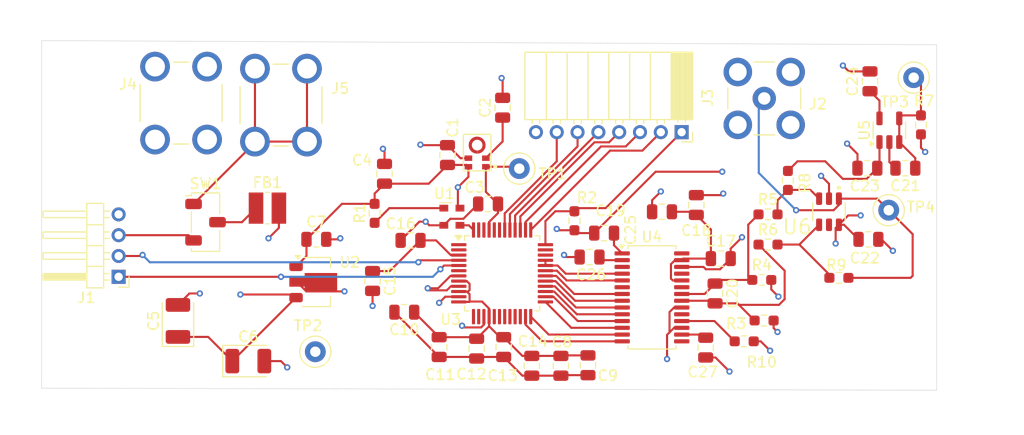
<source format=kicad_pcb>
(kicad_pcb (version 20240108) (generator "pcbnew") (generator_version "8.0")
  (layers (0 "F.Cu" signal) (1 "In1.Cu" power "GND") (2 "In2.Cu" power "PwR") (31 "B.Cu" signal) (34 "B.Paste" user) (35 "F.Paste" user) (36 "B.SilkS" user "B.Silkscreen") (37 "F.SilkS" user "F.Silkscreen") (38 "B.Mask" user) (39 "F.Mask" user) (44 "Edge.Cuts" user))
  (net 0 "")
  (net 1 "GND")
  (net 2 "+3.3V")
  (net 3 "Net-(MIC1-GAIN)")
  (net 4 "/MIC_OUT")
  (net 5 "Net-(J1-Pin_3)")
  (net 6 "Net-(SW1-B)")
  (net 7 "Net-(J5-1)")
  (net 8 "Net-(U5-EN)")
  (net 9 "Net-(J2-In)")
  (net 10 "Net-(U1-STDBY)")
  (net 11 "/OSC_OUT")
  (net 12 "+5V")
  (net 13 "Net-(J3-Pin_4)")
  (net 14 "Net-(U3-AV+)")
  (net 15 "/LED_GRN")
  (net 16 "/DAC_CLK")
  (net 17 "/DAC_SLEEP")
  (net 19 "/LED_RED")
  (net 21 "/UART_8051_TO_USB")
  (net 22 "/UART_USB_TO_8051")
  (net 23 "Net-(U3-P0.3{slash}Vref)")
  (net 24 "Net-(J3-Pin_3)")
  (net 25 "/C2CK")
  (net 26 "/C2D")
  (net 28 "/BZR")
  (net 31 "Net-(U4-IOUTB)")
  (net 32 "Net-(U4-IOUTA)")
  (net 33 "Net-(U4-AVDD)")
  (net 34 "Net-(U4-FS_ADJ)")
  (net 35 "Net-(U5-GND)")
  (net 36 "Net-(U5-Vbias)")
  (net 37 "Net-(U5-Vref)")
  (net 38 "Net-(C10-Pad2)")
  (net 39 "Net-(U6-+IN)")
  (net 40 "Net-(U6--IN)")
  (net 42 "Net-(U4-D9)")
  (net 43 "Net-(U4-D8)")
  (net 44 "Net-(C27-Pad2)")
  (net 46 "Net-(U3-P3.6)")
  (net 47 "Net-(U3-P3.0)")
  (net 48 "Net-(U3-P3.2)")
  (net 49 "Net-(U3-P3.3)")
  (net 50 "Net-(U3-P3.4)")
  (net 52 "Net-(U3-P3.7)")
  (net 53 "Net-(U3-P3.5)")
  (net 54 "Net-(U3-P3.1)")
  (footprint "Package_TO_SOT_SMD:SOT-89-3" (layer "F.Cu") (at 67.5 89.5)
    (property "Reference" "U2")
    (property "Value" "TL1963A, 3.3V" (hide yes))
  )
  (footprint "MEM mic:MIC_ICS-40618" (layer "F.Cu") (at 82.9505 77.061 180)
    (property "Reference" "MIC1" (hide yes))
    (property "Value" "ICS-40618" (hide yes))
  )
  (footprint "Resistor_SMD:R_0603_1608Metric_Pad0.98x0.95mm_HandSolder" (layer "F.Cu") (at 110.3 89.3)
    (property "Reference" "R4")
    (property "Value" "25" (hide yes))
  )
  (footprint "Resistor_SMD:R_0603_1608Metric_Pad0.98x0.95mm_HandSolder" (layer "F.Cu") (at 112.8125 79.7375 -90)
    (property "Reference" "R8")
    (property "Value" "1k" (hide yes))
  )
  (footprint "Connector_Coaxial:SMB_Jack_Vertical" (layer "F.Cu") (at 110.54 71.86)
    (property "Reference" "J2")
    (property "Value" "Conn_Coaxial" (hide yes))
  )
  (footprint "TestPoint:TestPoint_Loop_D2.50mm_Drill1.0mm" (layer "F.Cu") (at 67.4 96.2 180)
    (property "Reference" "TP2")
    (property "Value" "TestPoint" (hide yes))
  )
  (footprint "Capacitor_SMD:C_0805_2012Metric" (layer "F.Cu") (at 82.9 95.9 -90)
    (property "Reference" "C12")
    (property "Value" "0.1uF" (hide yes))
  )
  (footprint "TestPoint:TestPoint_Loop_D2.50mm_Drill1.0mm" (layer "F.Cu") (at 122.5 82.6)
    (property "Reference" "TP4")
    (property "Value" "TestPoint" (hide yes))
  )
  (footprint "Screw Terminal_7769:KEYSTONE_7769" (layer "F.Cu") (at 54.5 72.305)
    (property "Reference" "J4")
    (property "Value" "7769" (hide yes))
  )
  (footprint "Button_Switch_SMD:Nidec_Copal_CAS-120A" (layer "F.Cu") (at 56.85 83.75)
    (property "Reference" "SW1")
    (property "Value" "SW_Nidec_CAS-120A1" (hide yes))
  )
  (footprint "Capacitor_SMD:C_0805_2012Metric" (layer "F.Cu") (at 74.05 79.1 90)
    (property "Reference" "C4")
    (property "Value" "0.1uF" (hide yes))
  )
  (footprint "Resistor_SMD:R_0603_1608Metric_Pad0.98x0.95mm_HandSolder" (layer "F.Cu") (at 110.9 83)
    (property "Reference" "R5")
    (property "Value" "499" (hide yes))
  )
  (footprint "Capacitor_SMD:C_0805_2012Metric" (layer "F.Cu") (at 95.15 84.8)
    (property "Reference" "C25")
    (property "Value" "0.1uF" (hide yes))
  )
  (footprint "Capacitor_SMD:C_0805_2012Metric" (layer "F.Cu") (at 88.2 97.55 -90)
    (property "Reference" "C14")
    (property "Value" "0.1uF" (hide yes))
  )
  (footprint "Capacitor_SMD:C_0805_2012Metric" (layer "F.Cu") (at 120.45 78.5625)
    (property "Reference" "C23")
    (property "Value" "0.1uF" (hide yes))
  )
  (footprint "AD8063:SOT95P280X145-6" (layer "F.Cu") (at 116.7625 82.745 -90)
    (property "Reference" "U6")
    (property "Value" "AD8063ARTZ-R2" (hide yes))
  )
  (footprint "Capacitor_SMD:C_0805_2012Metric" (layer "F.Cu") (at 76.55 85.5 180)
    (property "Reference" "C16")
    (property "Value" "0.1uF" (hide yes))
  )
  (footprint "Capacitor_SMD:C_0805_2012Metric" (layer "F.Cu") (at 120.7 70.2125 90)
    (property "Reference" "C24")
    (property "Value" "0.1uF" (hide yes))
  )
  (footprint "Resistor_SMD:R_0603_1608Metric_Pad0.98x0.95mm_HandSolder" (layer "F.Cu") (at 125.6 74.4 90)
    (property "Reference" "R7")
    (property "Value" "0" (hide yes))
  )
  (footprint "Capacitor_SMD:C_0805_2012Metric" (layer "F.Cu") (at 104.0125 82.1 90)
    (property "Reference" "C18")
    (property "Value" "0.1uF" (hide yes))
  )
  (footprint "TestPoint:TestPoint_Loop_D2.50mm_Drill1.0mm" (layer "F.Cu") (at 124.9 69.8625)
    (property "Reference" "TP3")
    (property "Value" "TestPoint" (hide yes))
  )
  (footprint "Capacitor_SMD:C_0805_2012Metric" (layer "F.Cu") (at 79.3 95.75 -90)
    (property "Reference" "C11")
    (property "Value" "0.1uF" (hide yes))
  )
  (footprint "Capacitor_SMD:C_0805_2012Metric" (layer "F.Cu") (at 84 82 180)
    (property "Reference" "C3")
    (property "Value" "0.022uF" (hide yes))
  )
  (footprint "Package_SO:TSSOP-28_4.4x9.7mm_P0.65mm" (layer "F.Cu") (at 99.75 90.975)
    (property "Reference" "U4")
    (property "Value" "AD9744" (hide yes))
  )
  (footprint "Resistor_SMD:R_0603_1608Metric_Pad0.98x0.95mm_HandSolder" (layer "F.Cu") (at 110.9 85.9)
    (property "Reference" "R6")
    (property "Value" "499" (hide yes))
  )
  (footprint "Capacitor_SMD:C_0805_2012Metric" (layer "F.Cu") (at 67.5 85.4)
    (property "Reference" "C7")
    (property "Value" "4.7uF" (hide yes))
  )
  (footprint "Capacitor_SMD:C_0805_2012Metric" (layer "F.Cu") (at 100.7125 82.75 180)
    (property "Reference" "C19")
    (property "Value" "0.1uF" (hide yes))
  )
  (footprint "Capacitor_SMD:C_0805_2012Metric" (layer "F.Cu") (at 93.6 97.5 -90)
    (property "Reference" "C9")
    (property "Value" "0.1uF" (hide yes))
  )
  (footprint "Capacitor_SMD:C_0805_2012Metric" (layer "F.Cu") (at 104.9125 95.8 90)
    (property "Reference" "C27")
    (property "Value" "0.1uF" (hide yes))
  )
  (footprint "Capacitor_SMD:C_0805_2012Metric" (layer "F.Cu") (at 106.3625 87.25)
    (property "Reference" "C17")
    (property "Value" "0.1uF" (hide yes))
  )
  (footprint "Resistor_SMD:R_0603_1608Metric_Pad0.98x0.95mm_HandSolder" (layer "F.Cu") (at 117.7125 89.1)
    (property "Reference" "R9")
    (property "Value" "1k" (hide yes))
  )
  (footprint "Capacitor_SMD:C_0805_2012Metric" (layer "F.Cu") (at 80.1 77.3 90)
    (property "Reference" "C1")
    (property "Value" "0.1uF" (hide yes))
  )
  (footprint "Capacitor_SMD:C_0805_2012Metric" (layer "F.Cu") (at 120.55 85.4)
    (property "Reference" "C22")
    (property "Value" "0.1pF" (hide yes))
  )
  (footprint "Capacitor_SMD:C_0805_2012Metric" (layer "F.Cu") (at 105.8125 90.6 -90)
    (property "Reference" "C20")
    (property "Value" "2nF" (hide yes))
  )
  (footprint "Inductor_SMD:L_Ferrocore_DLG-0302" (layer "F.Cu") (at 62.8 82.4)
    (property "Reference" "FB1")
    (property "Value" "3A" (hide yes))
  )
  (footprint "Connector_PinSocket_2.00mm:PinSocket_1x08_P2.00mm_Horizontal" (layer "F.Cu") (at 102.6 75.1 -90)
    (property "Reference" "J3")
    (property "Value" "Conn_01x08_Socket" (hide yes))
  )
  (footprint "Oscillator:Oscillator_SMD_Abracon_ASDMB-4Pin_2.5x2.0mm" (layer "F.Cu") (at 80.525 83.225 -90)
    (property "Reference" "U1")
    (property "Value" "10 MHz" (hide yes))
  )
  (footprint "Resistor_SMD:R_0603_1608Metric_Pad0.98x0.95mm_HandSolder" (layer "F.Cu") (at 108.6125 95.2 180)
    (property "Reference" "R10")
    (property "Value" "2k" (hide yes))
  )
  (footprint "Resistor_SMD:R_0603_1608Metric_Pad0.98x0.95mm_HandSolder" (layer "F.Cu") (at 92.3 83.6125 90)
    (property "Reference" "R2")
    (property "Value" "1k" (hide yes))
  )
  (footprint "TestPoint:TestPoint_Loop_D2.50mm_Drill1.0mm" (layer "F.Cu") (at 87 78.6)
    (property "Reference" "TP1")
    (property "Value" "TestPoint" (hide yes))
  )
  (footprint "Capacitor_SMD:C_0805_2012Metric" (layer "F.Cu") (at 124.1 78.5625 180)
    (property "Reference" "C21")
    (property "Value" "0.1uF" (hide yes))
  )
  (footprint "Capacitor_SMD:C_0805_2012Metric" (layer "F.Cu") (at 75.95 92.4 180)
    (property "Reference" "C10")
    (property "Value" "4.7uF" (hide yes))
  )
  (footprint "Capacitor_SMD:C_0805_2012Metric" (layer "F.Cu") (at 93.75 87.1 180)
    (property "Reference" "C26")
    (property "Value" "0.1uF" (hide yes))
  )
  (footprint "Capacitor_SMD:C_0805_2012Metric" (layer "F.Cu") (at 72.9 89.4 -90)
    (property "Reference" "C15")
    (property "Value" "4.7uF" (hide yes))
  )
  (footprint "Capacitor_SMD:C_0805_2012Metric" (layer "F.Cu") (at 85.4 72.75 90)
    (property "Reference" "C2")
    (property "Value" "0.47uF" (hide yes))
  )
  (footprint "Resistor_SMD:R_0603_1608Metric_Pad0.98x0.95mm_HandSolder" (layer "F.Cu") (at 110.525 93.2)
    (property "Reference" "R3")
    (property "Value" "25" (hide yes))
  )
  (footprint "Capacitor_Tantalum_SMD:CP_EIA-3528-12_Kemet-T" (layer "F.Cu") (at 60.9625 97.1)
    (property "Reference" "C6")
    (property "Value" "4.7uF" (hide yes))
  )
  (footprint "Package_QFP:TQFP-48_7x7mm_P0.5mm" (layer "F.Cu") (at 85.35 88.6625)
    (property "Reference" "U3")
    (property "Value" "C8051F380-GQ" (hide yes))
  )
  (footprint "Capacitor_SMD:C_0805_2012Metric" (layer "F.Cu") (at 85.5 95.75 -90)
    (property "Reference" "C13")
    (property "Value" "0.1uF" (hide yes))
  )
  (footprint "Resistor_SMD:R_0603_1608Metric_Pad0.98x0.95mm_HandSolder" (layer "F.Cu") (at 73.1 82.9 90)
    (property "Reference" "R1")
    (property "Value" "0" (hide yes))
  )
  (footprint "Capacitor_SMD:C_0805_2012Metric" (layer "F.Cu") (at 91 97.55 -90)
    (property "Reference" "C8")
    (property "Value" "4.7uF" (hide yes))
  )
  (footprint "Connector_PinHeader_2.00mm:PinHeader_1x04_P2.00mm_Horizontal" (layer "F.Cu") (at 48.5 89 180)
    (property "Reference" "J1")
    (property "Value" "Conn_01x04_Pin" (hide yes))
  )
  (footprint "Capacitor_Tantalum_SMD:CP_EIA-3528-12_Kemet-T" (layer "F.Cu") (at 54.2 93.2375 90)
    (property "Reference" "C5")
    (property "Value" "47uF" (hide yes))
  )
  (footprint "Package_TO_SOT_SMD:SOT-23-5" (layer "F.Cu") (at 122.5625 74.9125 90)
    (property "Reference" "U5")
    (property "Value" "REF2033" (hide yes))
  )
  (footprint "Screw Terminal_7769:KEYSTONE_7769" (layer "F.Cu") (at 64.1 72.5)
    (property "Reference" "J5")
    (property "Value" "7769" (hide yes))
  )
  (gr_line (start 41.1 66.3) (end 127.1 66.7) (stroke (width 0.05)) (layer "Edge.Cuts"))
  (gr_line (start 41.1 98.65) (end 41.1 66.3) (stroke (width 0.05)) (layer "Edge.Cuts"))
  (gr_line (start 127.1 99.9) (end 41.1 99.7) (stroke (width 0.05)) (layer "Edge.Cuts"))
  (gr_line (start 41.1 99.7) (end 41.1 98.65) (stroke (width 0.05)) (layer "Edge.Cuts"))
  (gr_line (start 127.1 66.7) (end 127.1 99.9) (stroke (width 0.05)) (layer "Edge.Cuts"))
  (segment (start 101.875001 93.9) (end 101.437501 94.337501) (width 0.2) (layer "F.Cu") (net 1))
  (segment (start 107.3125 86.2875) (end 108.4 85.2) (width 0.2) (layer "F.Cu") (net 1))
  (segment (start 99.7625 82.75) (end 99.7625 81.6375) (width 0.2) (layer "F.Cu") (net 1))
  (segment (start 83.6 92.825) (end 83.6 93.59491) (width 0.2) (layer "F.Cu") (net 1))
  (segment (start 78.2 90.1) (end 79.2 90.1) (width 0.2) (layer "F.Cu") (net 1))
  (segment (start 104.702756 88.05) (end 104.927756 88.275) (width 0.2) (layer "F.Cu") (net 1))
  (segment (start 85.4 71.8) (end 85.4 70) (width 0.2) (layer "F.Cu") (net 1))
  (segment (start 77.5 76.3) (end 77.55 76.35) (width 0.2) (layer "F.Cu") (net 1))
  (segment (start 65.6375 89.5) (end 66.5375 90.4) (width 0.2) (layer "F.Cu") (net 1))
  (segment (start 78.4 90.3) (end 80.03009 90.3) (width 0.2) (layer "F.Cu") (net 1))
  (segment (start 83.6 93.59491) (end 83.33241 93.8625) (width 0.2) (layer "F.Cu") (net 1))
  (segment (start 106.6 81) (end 106.45 81.15) (width 0.2) (layer "F.Cu") (net 1))
  (segment (start 79.2 90.1) (end 80.3875 88.9125) (width 0.2) (layer "F.Cu") (net 1))
  (segment (start 116.7625 80.0625) (end 116 79.3) (width 0.2) (layer "F.Cu") (net 1))
  (segment (start 79.75 84.05) (end 78.35 84.05) (width 0.2) (layer "F.Cu") (net 1))
  (segment (start 80.375 83.425) (end 79.75 84.05) (width 0.2) (layer "F.Cu") (net 1))
  (segment (start 111.2125 89.3) (end 111.2125 90.2125) (width 0.2) (layer "F.Cu") (net 1))
  (segment (start 111.2125 90.2125) (end 111.9 90.9) (width 0.2) (layer "F.Cu") (net 1))
  (segment (start 81.35 77.6) (end 80.1 76.35) (width 0.2) (layer "F.Cu") (net 1))
  (segment (start 105.85 96.75) (end 107.2 98.1) (width 0.2) (layer "F.Cu") (net 1))
  (segment (start 116.7625 81.49) (end 116.7625 80.0625) (width 0.2) (layer "F.Cu") (net 1))
  (segment (start 101.437501 92.3875) (end 101.875001 91.95) (width 0.2) (layer "F.Cu") (net 1))
  (segment (start 101.2 94.575001) (end 101.2 96.9) (width 0.2) (layer "F.Cu") (net 1))
  (segment (start 80.3875 88.9125) (end 81.1875 88.9125) (width 0.2) (layer "F.Cu") (net 1))
  (segment (start 62.5 97.1) (end 64.1 97.1) (width 0.2) (layer "F.Cu") (net 1))
  (segment (start 106.2875 88.275) (end 107.3125 87.25) (width 0.2) (layer "F.Cu") (net 1))
  (segment (start 111.4375 93.925) (end 111.8125 94.3) (width 0.2) (layer "F.Cu") (net 1))
  (segment (start 79.8875 90.9125) (end 81.1875 90.9125) (width 0.2) (layer "F.Cu") (net 1))
  (segment (start 110.2 95.2) (end 111.1 96.1) (width 0.2) (layer "F.Cu") (net 1))
  (segment (start 79.3 91.5) (end 79.8875 90.9125) (width 0.2) (layer "F.Cu") (net 1))
  (segment (start 68.45 85.4) (end 69.7 85.4) (width 0.2) (layer "F.Cu") (net 1))
  (segment (start 64.1 97.1) (end 64.7 97.7) (width 0.2) (layer "F.Cu") (net 1))
  (segment (start 69.7 85.4) (end 69.8 85.3) (width 0.2) (layer "F.Cu") (net 1))
  (segment (start 119.5 78.5625) (end 119.5 77.2) (width 0.2) (layer "F.Cu") (net 1))
  (segment (start 80.03009 90.3) (end 80.41759 89.9125) (width 0.2) (layer "F.Cu") (net 1))
  (segment (start 80.41759 89.9125) (end 81.1875 89.9125) (width 0.2) (layer "F.Cu") (net 1))
  (segment (start 78.2 90.1) (end 78.4 90.3) (width 0.2) (layer "F.Cu") (net 1))
  (segment (start 83.33241 93.8625) (end 81.6625 93.8625) (width 0.2) (layer "F.Cu") (net 1))
  (segment (start 83.05 82) (end 81.625 83.425) (width 0.2) (layer "F.Cu") (net 1))
  (segment (start 99.7625 81.6375) (end 100.6 80.8) (width 0.2) (layer "F.Cu") (net 1))
  (segment (start 77.4 83.7) (end 75.6 85.5) (width 0.2) (layer "F.Cu") (net 1))
  (segment (start 82.113 77.6) (end 81.35 77.6) (width 0.2) (layer "F.Cu") (net 1))
  (segment (start 109.525 95.2) (end 110.2 95.2) (width 0.2) (layer "F.Cu") (net 1))
  (segment (start 121.5 85.4) (end 121.8 85.4) (width 0.2) (layer "F.Cu") (net 1))
  (segment (start 101.437501 94.337501) (end 101.2 94.575001) (width 0.2) (layer "F.Cu") (net 1))
  (segment (start 121.8 85.4) (end 122.9 86.5) (width 0.2) (layer "F.Cu") (net 1))
  (segment (start 66.5375 90.4) (end 70.2 90.4) (width 0.2) (layer "F.Cu") (net 1))
  (segment (start 55.3 90.6) (end 56.3 90.6) (width 0.2) (layer "F.Cu") (net 1))
  (segment (start 74.05 78.15) (end 74.05 76.85) (width 0.2) (layer "F.Cu") (net 1))
  (segment (start 81.6625 93.8625) (end 81.5 93.7) (width 0.2) (layer "F.Cu") (net 1))
  (segment (start 77.55 76.35) (end 80.1 76.35) (width 0.2) (layer "F.Cu") (net 1))
  (segment (start 104.9125 96.75) (end 105.85 96.75) (width 0.2) (layer "F.Cu") (net 1))
  (segment (start 101.437501 94.337501) (end 101.437501 92.3875) (width 0.2) (layer "F.Cu") (net 1))
  (segment (start 102.6125 88.05) (end 104.702756 88.05) (width 0.2) (layer "F.Cu") (net 1))
  (segment (start 104.927756 88.275) (end 106.2875 88.275) (width 0.2) (layer "F.Cu") (net 1))
  (segment (start 101.875001 91.95) (end 102.6125 91.95) (width 0.2) (layer "F.Cu") (net 1))
  (segment (start 74.05 76.85) (end 73.9 76.7) (width 0.2) (layer "F.Cu") (net 1))
  (segment (start 72.9 90.35) (end 72.9 91.8) (width 0.2) (layer "F.Cu") (net 1))
  (segment (start 91.5 87.1) (end 91.3 86.9) (width 0.2) (layer "F.Cu") (net 1))
  (segment (start 81.625 83.425) (end 80.375 83.425) (width 0.2) (layer "F.Cu") (net 1))
  (segment (start 85.4 70) (end 85.3 69.9) (width 0.2) (layer "F.Cu") (net 1))
  (segment (start 118.6625 69.2625) (end 118.1 68.7) (width 0.2) (layer "F.Cu") (net 1))
  (segment (start 78 83.7) (end 77.4 83.7) (width 0.2) (layer "F.Cu") (net 1))
  (segment (start 78.35 84.05) (end 78 83.7) (width 0.2) (layer "F.Cu") (net 1))
  (segment (start 107.3125 87.25) (end 107.3125 86.2875) (width 0.2) (layer "F.Cu") (net 1))
  (segment (start 106.45 81.15) (end 104.0125 81.15) (width 0.2) (layer "F.Cu") (net 1))
  (segment (start 119.5 77.2) (end 118.5 76.2) (width 0.2) (layer "F.Cu") (net 1))
  (segment (start 92.8 87.1) (end 91.5 87.1) (width 0.2) (layer "F.Cu") (net 1))
  (segment (start 111.4375 93.2) (end 111.4375 93.925) (width 0.2) (layer "F.Cu") (net 1))
  (segment (start 54.2 91.7) (end 55.3 90.6) (width 0.2) (layer "F.Cu") (net 1))
  (segment (start 102.6125 93.9) (end 101.875001 93.9) (width 0.2) (layer "F.Cu") (net 1))
  (segment (start 120.7 69.2625) (end 118.6625 69.2625) (width 0.2) (layer "F.Cu") (net 1))
  (via (at 85.3 69.9) (size 0.6) (drill 0.3) (layers "F.Cu" "B.Cu") (net 1))
  (via (at 56.3 90.6) (size 0.6) (drill 0.3) (layers "F.Cu" "B.Cu") (net 1))
  (via (at 108.4 85.2) (size 0.6) (drill 0.3) (layers "F.Cu" "B.Cu") (net 1))
  (via (at 101.2 96.9) (size 0.6) (drill 0.3) (layers "F.Cu" "B.Cu") (net 1))
  (via (at 111.1 96.1) (size 0.6) (drill 0.3) (layers "F.Cu" "B.Cu") (net 1))
  (via (at 122.9 86.5) (size 0.6) (drill 0.3) (layers "F.Cu" "B.Cu") (net 1))
  (via (at 100.6 80.8) (size 0.6) (drill 0.3) (layers "F.Cu" "B.Cu") (net 1))
  (via (at 106.6 81) (size 0.6) (drill 0.3) (layers "F.Cu" "B.Cu") (net 1))
  (via (at 64.7 97.7) (size 0.6) (drill 0.3) (layers "F.Cu" "B.Cu") (net 1))
  (via (at 111.8125 94.3) (size 0.6) (drill 0.3) (layers "F.Cu" "B.Cu") (net 1))
  (via (at 107.2 98.1) (size 0.6) (drill 0.3) (layers "F.Cu" "B.Cu") (net 1))
  (via (at 116 79.3) (size 0.6) (drill 0.3) (layers "F.Cu" "B.Cu") (net 1))
  (via (at 77.5 76.3) (size 0.6) (drill 0.3) (layers "F.Cu" "B.Cu") (net 1))
  (via (at 78.2 90.1) (size 0.6) (drill 0.3) (layers "F.Cu" "B.Cu") (net 1))
  (via (at 81.5 93.7) (size 0.6) (drill 0.3) (layers "F.Cu" "B.Cu") (net 1))
  (via (at 118.5 76.2) (size 0.6) (drill 0.3) (layers "F.Cu" "B.Cu") (net 1))
  (via (at 72.9 91.8) (size 0.6) (drill 0.3) (layers "F.Cu" "B.Cu") (net 1))
  (via (at 91.3 86.9) (size 0.6) (drill 0.3) (layers "F.Cu" "B.Cu") (net 1))
  (via (at 79.3 91.5) (size 0.6) (drill 0.3) (layers "F.Cu" "B.Cu") (net 1))
  (via (at 69.8 85.3) (size 0.6) (drill 0.3) (layers "F.Cu" "B.Cu") (net 1))
  (via (at 118.1 68.7) (size 0.6) (drill 0.3) (layers "F.Cu" "B.Cu") (net 1))
  (via (at 111.9 90.9) (size 0.6) (drill 0.3) (layers "F.Cu" "B.Cu") (net 1))
  (via (at 70.2 90.4) (size 0.6) (drill 0.3) (layers "F.Cu" "B.Cu") (net 1))
  (via (at 78 83.7) (size 0.6) (drill 0.3) (layers "F.Cu" "B.Cu") (net 1))
  (via (at 73.9 76.7) (size 0.6) (drill 0.3) (layers "F.Cu" "B.Cu") (net 1))
  (segment (start 74.05 80.05) (end 73.1 81) (width 0.2) (layer "F.Cu") (net 2))
  (segment (start 69.9625 81.9875) (end 73.1 81.9875) (width 0.2) (layer "F.Cu") (net 2))
  (segment (start 81.1 80.4) (end 81.1 82.2) (width 0.2) (layer "F.Cu") (net 2))
  (segment (start 78.3 80.05) (end 80.1 78.25) (width 0.2) (layer "F.Cu") (net 2))
  (segment (start 117.4 85.8) (end 117.4 84.3125) (width 0.2) (layer "F.Cu") (net 2))
  (segment (start 81.941 78.25) (end 82.113 78.422) (width 0.2) (layer "F.Cu") (net 2))
  (segment (start 92.575 84.8) (end 92.3 84.525) (width 0.2) (layer "F.Cu") (net 2))
  (segment (start 94.2 84.8) (end 100.1 78.9) (width 0.2) (layer "F.Cu") (net 2))
  (segment (start 125.6 75.3125) (end 125.6 76.6) (width 0.2) (layer "F.Cu") (net 2))
  (segment (start 118.6125 83.1) (end 117.7125 84) (width 0.2) (layer "F.Cu") (net 2))
  (segment (start 81.1 82.2) (end 81.3 82.4) (width 0.2) (layer "F.Cu") (net 2))
  (segment (start 119.6 85.4) (end 118.2 84) (width 0.2) (layer "F.Cu") (net 2))
  (segment (start 94.2 84.8) (end 92.575 84.8) (width 0.2) (layer "F.Cu") (net 2))
  (segment (start 80.1 78.25) (end 81.941 78.25) (width 0.2) (layer "F.Cu") (net 2))
  (segment (start 73.1 81) (end 73.1 81.9875) (width 0.2) (layer "F.Cu") (net 2))
  (segment (start 82.113 79.387) (end 82.113 78.422) (width 0.2) (layer "F.Cu") (net 2))
  (segment (start 119.8 83.1) (end 118.6125 83.1) (width 0.2) (layer "F.Cu") (net 2))
  (segment (start 74.05 80.05) (end 78.3 80.05) (width 0.2) (layer "F.Cu") (net 2))
  (segment (start 118.2 84) (end 117.7125 84) (width 0.2) (layer "F.Cu") (net 2))
  (segment (start 90.6 84.4) (end 90.725 84.525) (width 0.2) (layer "F.Cu") (net 2))
  (segment (start 117.4 84.3125) (end 117.7125 84) (width 0.2) (layer "F.Cu") (net 2))
  (segment (start 66.55 87) (end 66.55 85.4) (width 0.2) (layer "F.Cu") (net 2))
  (segment (start 90.725 84.525) (end 92.3 84.525) (width 0.2) (layer "F.Cu") (net 2))
  (segment (start 125.6 76.6) (end 126 77) (width 0.2) (layer "F.Cu") (net 2))
  (segment (start 66.55 85.4) (end 69.9625 81.9875) (width 0.2) (layer "F.Cu") (net 2))
  (segment (start 100.1 78.9) (end 106.5 78.9) (width 0.2) (layer "F.Cu") (net 2))
  (segment (start 81.1 80.4) (end 82.113 79.387) (width 0.2) (layer "F.Cu") (net 2))
  (segment (start 65.55 88) (end 66.55 87) (width 0.2) (layer "F.Cu") (net 2))
  (via (at 81.1 80.4) (size 0.6) (drill 0.3) (layers "F.Cu" "B.Cu") (net 2))
  (via (at 106.5 78.9) (size 0.6) (drill 0.3) (layers "F.Cu" "B.Cu") (net 2))
  (via (at 117.4 85.8) (size 0.6) (drill 0.3) (layers "F.Cu" "B.Cu") (net 2))
  (via (at 90.6 84.4) (size 0.6) (drill 0.3) (layers "F.Cu" "B.Cu") (net 2))
  (via (at 119.8 83.1) (size 0.6) (drill 0.3) (layers "F.Cu" "B.Cu") (net 2))
  (via (at 126 77) (size 0.6) (drill 0.3) (layers "F.Cu" "B.Cu") (net 2))
  (segment (start 83.788 77.6) (end 85.4 75.988) (width 0.2) (layer "F.Cu") (net 3))
  (segment (start 85.4 75.988) (end 85.4 73.7) (width 0.2) (layer "F.Cu") (net 3))
  (segment (start 84.95 82.88009) (end 84.95 82) (width 0.2) (layer "F.Cu") (net 4))
  (segment (start 84.1 84.5) (end 84.1 83.73009) (width 0.2) (layer "F.Cu") (net 4))
  (segment (start 83.788 78.422) (end 83.788 80.838) (width 0.2) (layer "F.Cu") (net 4))
  (segment (start 86.822 78.422) (end 87 78.6) (width 0.2) (layer "F.Cu") (net 4))
  (segment (start 84.1 83.73009) (end 84.95 82.88009) (width 0.2) (layer "F.Cu") (net 4))
  (segment (start 83.788 80.838) (end 84.95 82) (width 0.2) (layer "F.Cu") (net 4))
  (segment (start 83.788 78.422) (end 86.822 78.422) (width 0.2) (layer "F.Cu") (net 4))
  (segment (start 48.5 85) (end 55.2 85) (width 0.2) (layer "F.Cu") (net 5))
  (segment (start 55.2 85) (end 55.7 85.5) (width 0.2) (layer "F.Cu") (net 5))
  (segment (start 60.35 83.75) (end 61.7 82.4) (width 0.2) (layer "F.Cu") (net 6))
  (segment (start 58 83.75) (end 60.35 83.75) (width 0.2) (layer "F.Cu") (net 6))
  (segment (start 61.6 76.005) (end 66.6 76.005) (width 0.2) (layer "F.Cu") (net 7))
  (segment (start 55.7 82) (end 61.6 76.1) (width 0.2) (layer "F.Cu") (net 7))
  (segment (start 66.6 76.005) (end 66.6 68.995) (width 0.2) (layer "F.Cu") (net 7))
  (segment (start 61.6 76.1) (end 61.6 76.005) (width 0.2) (layer "F.Cu") (net 7))
  (segment (start 61.6 76.005) (end 61.6 68.995) (width 0.2) (layer "F.Cu") (net 7))
  (segment (start 125.05 78.5625) (end 125.05 77.5875) (width 0.2) (layer "F.Cu") (net 8))
  (segment (start 125.6 73.4875) (end 125.6 70.5625) (width 0.2) (layer "F.Cu") (net 8))
  (segment (start 125.6 70.5625) (end 124.9 69.8625) (width 0.2) (layer "F.Cu") (net 8))
  (segment (start 123.8 73.4875) (end 123.5125 73.775) (width 0.2) (layer "F.Cu") (net 8))
  (segment (start 123.5125 73.775) (end 123.5125 76.05) (width 0.2) (layer "F.Cu") (net 8))
  (segment (start 125.05 77.5875) (end 123.5125 76.05) (width 0.2) (layer "F.Cu") (net 8))
  (segment (start 125.6 73.4875) (end 123.8 73.4875) (width 0.2) (layer "F.Cu") (net 8))
  (segment (start 124.6 89.1) (end 118.625 89.1) (width 0.2) (layer "F.Cu") (net 9))
  (segment (start 122.5 82.6) (end 124.8 84.9) (width 0.2) (layer "F.Cu") (net 9))
  (segment (start 117.7125 82.095) (end 117.2075 82.6) (width 0.2) (layer "F.Cu") (net 9))
  (segment (start 117.2075 82.6) (end 113.6 82.6) (width 0.2) (layer "F.Cu") (net 9))
  (segment (start 124.8 84.9) (end 124.8 88.9) (width 0.2) (layer "F.Cu") (net 9))
  (segment (start 121.39 81.49) (end 117.7125 81.49) (width 0.2) (layer "F.Cu") (net 9))
  (segment (start 117.7125 81.49) (end 117.7125 82.095) (width 0.2) (layer "F.Cu") (net 9))
  (segment (start 124.8 88.9) (end 124.6 89.1) (width 0.2) (layer "F.Cu") (net 9))
  (segment (start 122.5 82.6) (end 121.39 81.49) (width 0.2) (layer "F.Cu") (net 9))
  (via (at 113.6 82.6) (size 0.6) (drill 0.3) (layers "F.Cu" "B.Cu") (net 9))
  (segment (start 110.0125 72.3875) (end 110.54 71.86) (width 0.2) (layer "B.Cu") (net 9))
  (segment (start 113.6 82.6) (end 110.0125 79.0125) (width 0.2) (layer "B.Cu") (net 9))
  (segment (start 110.0125 79.0125) (end 110.0125 72.3875) (width 0.2) (layer "B.Cu") (net 9))
  (segment (start 74.5125 82.4) (end 73.1 83.8125) (width 0.2) (layer "F.Cu") (net 10))
  (segment (start 79.75 82.4) (end 74.5125 82.4) (width 0.2) (layer "F.Cu") (net 10))
  (segment (start 81.3 84.05) (end 82.15 84.05) (width 0.2) (layer "F.Cu") (net 11))
  (segment (start 82.15 84.05) (end 82.6 84.5) (width 0.2) (layer "F.Cu") (net 11))
  (segment (start 65.525 91) (end 65.225 90.7) (width 0.2) (layer "F.Cu") (net 12))
  (segment (start 59.425 97.1) (end 65.525 91) (width 0.2) (layer "F.Cu") (net 12))
  (segment (start 63.9 84.3) (end 63.9 82.4) (width 0.2) (layer "F.Cu") (net 12))
  (segment (start 65.525 91) (end 65.55 91) (width 0.2) (layer "F.Cu") (net 12))
  (segment (start 65.225 90.7) (end 60.2 90.7) (width 0.2) (layer "F.Cu") (net 12))
  (segment (start 54.2 94.775) (end 57.1 94.775) (width 0.2) (layer "F.Cu") (net 12))
  (segment (start 57.1 94.775) (end 59.425 97.1) (width 0.2) (layer "F.Cu") (net 12))
  (segment (start 62.9 85.3) (end 63.9 84.3) (width 0.2) (layer "F.Cu") (net 12))
  (via (at 60.2 90.7) (size 0.6) (drill 0.3) (layers "F.Cu" "B.Cu") (net 12))
  (via (at 62.9 85.3) (size 0.6) (drill 0.3) (layers "F.Cu" "B.Cu") (net 12))
  (segment (start 87.1 83.2) (end 94.225 76.075) (width 0.2) (layer "F.Cu") (net 13))
  (segment (start 94.225 76.075) (end 95.625 76.075) (width 0.2) (layer "F.Cu") (net 13))
  (segment (start 95.625 76.075) (end 96.6 75.1) (width 0.2) (layer "F.Cu") (net 13))
  (segment (start 87.1 84.5) (end 87.1 83.2) (width 0.2) (layer "F.Cu") (net 13))
  (segment (start 83.41991 91.375) (end 82.225 91.375) (width 0.2) (layer "F.Cu") (net 14))
  (segment (start 82.5 94.8) (end 79.3 94.8) (width 0.2) (layer "F.Cu") (net 14))
  (segment (start 85.5 94.8) (end 85.15 94.8) (width 0.2) (layer "F.Cu") (net 14))
  (segment (start 82.65 94.95) (end 82.5 94.8) (width 0.2) (layer "F.Cu") (net 14))
  (segment (start 84.1 92.825) (end 84.1 92.05509) (width 0.2) (layer "F.Cu") (net 14))
  (segment (start 91 96.6) (end 88.2 96.6) (width 0.2) (layer "F.Cu") (net 14))
  (segment (start 82.0875 90.4125) (end 81.1875 90.4125) (width 0.2) (layer "F.Cu") (net 14))
  (segment (start 82.9 94.95) (end 82.65 94.95) (width 0.2) (layer "F.Cu") (net 14))
  (segment (start 81.1875 90.4125) (end 81.95741 90.4125) (width 0.2) (layer "F.Cu") (net 14))
  (segment (start 91.05 96.55) (end 91 96.6) (width 0.2) (layer "F.Cu") (net 14))
  (segment (start 87.3 96.6) (end 85.5 94.8) (width 0.2) (layer "F.Cu") (net 14))
  (segment (start 84.1 93.75) (end 84.1 92.825) (width 0.2) (layer "F.Cu") (net 14))
  (segment (start 82.225 90.68009) (end 82.225 91.375) (width 0.2) (layer "F.Cu") (net 14))
  (segment (start 82.225 90.275) (end 82.0875 90.4125) (width 0.2) (layer "F.Cu") (net 14))
  (segment (start 79.3 94.8) (end 76.9 92.4) (width 0.2) (layer "F.Cu") (net 14))
  (segment (start 82.225 91.375) (end 82.1875 91.4125) (width 0.2) (layer "F.Cu") (net 14))
  (segment (start 93.6 96.55) (end 91.05 96.55) (width 0.2) (layer "F.Cu") (net 14))
  (segment (start 85.15 94.8) (end 84.1 93.75) (width 0.2) (layer "F.Cu") (net 14))
  (segment (start 81.95741 89.4125) (end 82.225 89.68009) (width 0.2) (layer "F.Cu") (net 14))
  (segment (start 82.1875 91.4125) (end 81.1875 91.4125) (width 0.2) (layer "F.Cu") (net 14))
  (segment (start 81.1875 89.4125) (end 81.95741 89.4125) (width 0.2) (layer "F.Cu") (net 14))
  (segment (start 82.225 89.68009) (end 82.225 90.275) (width 0.2) (layer "F.Cu") (net 14))
  (segment (start 81.95741 90.4125) (end 82.225 90.68009) (width 0.2) (layer "F.Cu") (net 14))
  (segment (start 84.1 92.05509) (end 83.41991 91.375) (width 0.2) (layer "F.Cu") (net 14))
  (segment (start 82.9 94.95) (end 84.1 93.75) (width 0.2) (layer "F.Cu") (net 14))
  (segment (start 88.2 96.6) (end 87.3 96.6) (width 0.2) (layer "F.Cu") (net 14))
  (segment (start 92.6 76.465686) (end 92.6 75.1) (width 0.2) (layer "F.Cu") (net 15))
  (segment (start 86.1 82.965686) (end 92.6 76.465686) (width 0.2) (layer "F.Cu") (net 15))
  (segment (start 86.1 84.5) (end 86.1 82.965686) (width 0.2) (layer "F.Cu") (net 15))
  (segment (start 90.676526 87.9125) (end 89.5125 87.9125) (width 0.2) (layer "F.Cu") (net 16))
  (segment (start 91.464026 88.7) (end 90.676526 87.9125) (width 0.2) (layer "F.Cu") (net 16))
  (segment (start 89.5125 87.4125) (end 89.5125 87.9125) (width 0.2) (layer "F.Cu") (net 16))
  (segment (start 96.8875 88.7) (end 91.464026 88.7) (width 0.2) (layer "F.Cu") (net 16))
  (segment (start 96.8875 89.35) (end 91.54834 89.35) (width 0.2) (layer "F.Cu") (net 17))
  (segment (start 90.61084 88.4125) (end 89.5125 88.4125) (width 0.2) (layer "F.Cu") (net 17))
  (segment (start 91.54834 89.35) (end 90.61084 88.4125) (width 0.2) (layer "F.Cu") (net 17))
  (segment (start 86.6 84.5) (end 86.6 83.1) (width 0.2) (layer "F.Cu") (net 19))
  (segment (start 86.6 83.1) (end 94.6 75.1) (width 0.2) (layer "F.Cu") (net 19))
  (segment (start 79.419778 88.269222) (end 79.7765 87.9125) (width 0.2) (layer "F.Cu") (net 21))
  (segment (start 48.5 89) (end 64.1 89) (width 0.2) (layer "F.Cu") (net 21))
  (segment (start 79.7765 87.9125) (end 81.1875 87.9125) (width 0.2) (layer "F.Cu") (net 21))
  (via (at 64.1 89) (size 0.6) (drill 0.3) (layers "F.Cu" "B.Cu") (net 21))
  (via (at 79.419778 88.269222) (size 0.6) (drill 0.3) (layers "F.Cu" "B.Cu") (net 21))
  (segment (start 78.689 89) (end 79.419778 88.269222) (width 0.2) (layer "B.Cu") (net 21))
  (segment (start 64.1 89) (end 78.689 89) (width 0.2) (layer "B.Cu") (net 21))
  (segment (start 77.4875 87.4125) (end 81.1875 87.4125) (width 0.2) (layer "F.Cu") (net 22))
  (segment (start 50.7 87) (end 48.5 87) (width 0.2) (layer "F.Cu") (net 22))
  (segment (start 50.8 86.9) (end 50.7 87) (width 0.2) (layer "F.Cu") (net 22))
  (segment (start 77.3 87.6) (end 77.4875 87.4125) (width 0.2) (layer "F.Cu") (net 22))
  (via (at 50.8 86.9) (size 0.6) (drill 0.3) (layers "F.Cu" "B.Cu") (net 22))
  (via (at 77.3 87.6) (size 0.6) (drill 0.3) (layers "F.Cu" "B.Cu") (net 22))
  (segment (start 51.5 87.6) (end 50.8 86.9) (width 0.2) (layer "B.Cu") (net 22))
  (segment (start 77.3 87.6) (end 51.5 87.6) (width 0.2) (layer "B.Cu") (net 22))
  (segment (start 74.55 88.45) (end 77.5 85.5) (width 0.2) (layer "F.Cu") (net 23))
  (segment (start 80.41759 86.9125) (end 81.1875 86.9125) (width 0.2) (layer "F.Cu") (net 23))
  (segment (start 72.9 88.45) (end 74.55 88.45) (width 0.2) (layer "F.Cu") (net 23))
  (segment (start 77.5 85.5) (end 79.00509 85.5) (width 0.2) (layer "F.Cu") (net 23))
  (segment (start 79.00509 85.5) (end 80.41759 86.9125) (width 0.2) (layer "F.Cu") (net 23))
  (segment (start 87.6 83.73009) (end 94.85509 76.475) (width 0.2) (layer "F.Cu") (net 24))
  (segment (start 94.85509 76.475) (end 97.225 76.475) (width 0.2) (layer "F.Cu") (net 24))
  (segment (start 87.6 84.5) (end 87.6 83.73009) (width 0.2) (layer "F.Cu") (net 24))
  (segment (start 97.225 76.475) (end 98.6 75.1) (width 0.2) (layer "F.Cu") (net 24))
  (segment (start 92.3 82.7) (end 92.6 82.4) (width 0.2) (layer "F.Cu") (net 25))
  (segment (start 92.3 83.125) (end 92.3 82.7) (width 0.2) (layer "F.Cu") (net 25))
  (segment (start 90.465686 82.7) (end 92.3 82.7) (width 0.2) (layer "F.Cu") (net 25))
  (segment (start 92.6 82.4) (end 95.3 82.4) (width 0.2) (layer "F.Cu") (net 25))
  (segment (start 89.5125 85.9125) (end 89.5125 83.653186) (width 0.2) (layer "F.Cu") (net 25))
  (segment (start 95.3 82.4) (end 102.6 75.1) (width 0.2) (layer "F.Cu") (net 25))
  (segment (start 89.5125 83.653186) (end 90.465686 82.7) (width 0.2) (layer "F.Cu") (net 25))
  (segment (start 95.725 76.875) (end 98.825 76.875) (width 0.2) (layer "F.Cu") (net 26))
  (segment (start 98.825 76.875) (end 100.6 75.1) (width 0.2) (layer "F.Cu") (net 26))
  (segment (start 88.1 84.5) (end 95.725 76.875) (width 0.2) (layer "F.Cu") (net 26))
  (segment (start 90.6 77.9) (end 90.6 75.1) (width 0.2) (layer "F.Cu") (net 28))
  (segment (start 85.6 82.9) (end 90.6 77.9) (width 0.2) (layer "F.Cu") (net 28))
  (segment (start 85.6 84.5) (end 85.6 82.9) (width 0.2) (layer "F.Cu") (net 28))
  (segment (start 108.10625 91.69375) (end 109.6125 93.2) (width 0.2) (layer "F.Cu") (net 31))
  (segment (start 105.5625 91.3) (end 102.6125 91.3) (width 0.2) (layer "F.Cu") (net 31))
  (segment (start 112.5 88.4125) (end 109.9875 85.9) (width 0.2) (layer "F.Cu") (net 31))
  (segment (start 107.9625 91.55) (end 108.10625 91.69375) (width 0.2) (layer "F.Cu") (net 31))
  (segment (start 111.954779 91.69375) (end 112.5 91.148529) (width 0.2) (layer "F.Cu") (net 31))
  (segment (start 108.10625 91.69375) (end 111.954779 91.69375) (width 0.2) (layer "F.Cu") (net 31))
  (segment (start 105.8125 91.55) (end 107.9625 91.55) (width 0.2) (layer "F.Cu") (net 31))
  (segment (start 112.5 91.148529) (end 112.5 88.4125) (width 0.2) (layer "F.Cu") (net 31))
  (segment (start 105.8125 91.55) (end 105.5625 91.3) (width 0.2) (layer "F.Cu") (net 31))
  (segment (start 104.8125 90.65) (end 102.6125 90.65) (width 0.2) (layer "F.Cu") (net 32))
  (segment (start 109.3875 89.3) (end 109 88.9125) (width 0.2) (layer "F.Cu") (net 32))
  (segment (start 109 83.9875) (end 109.9875 83) (width 0.2) (layer "F.Cu") (net 32))
  (segment (start 109 88.9125) (end 109 83.9875) (width 0.2) (layer "F.Cu") (net 32))
  (segment (start 106.1625 89.3) (end 105.8125 89.65) (width 0.2) (layer "F.Cu") (net 32))
  (segment (start 109.3875 89.3) (end 106.1625 89.3) (width 0.2) (layer "F.Cu") (net 32))
  (segment (start 105.8125 89.65) (end 104.8125 90.65) (width 0.2) (layer "F.Cu") (net 32))
  (segment (start 101.575 87.781544) (end 101.575 89.175) (width 0.2) (layer "F.Cu") (net 33))
  (segment (start 101.956544 87.4) (end 101.575 87.781544) (width 0.2) (layer "F.Cu") (net 33))
  (segment (start 102.6125 87.4) (end 101.956544 87.4) (width 0.2) (layer "F.Cu") (net 33))
  (segment (start 101.575 89.175) (end 101.75 89.35) (width 0.2) (layer "F.Cu") (net 33))
  (segment (start 105.4125 87.25) (end 102.7625 87.25) (width 0.2) (layer "F.Cu") (net 33))
  (segment (start 101.75 89.35) (end 102.6125 89.35) (width 0.2) (layer "F.Cu") (net 33))
  (segment (start 105.4125 87.25) (end 105.4125 84.45) (width 0.2) (layer "F.Cu") (net 33))
  (segment (start 103.7125 82.75) (end 104.0125 83.05) (width 0.2) (layer "F.Cu") (net 33))
  (segment (start 102.7625 87.25) (end 102.6125 87.4) (width 0.2) (layer "F.Cu") (net 33))
  (segment (start 101.6625 82.75) (end 103.7125 82.75) (width 0.2) (layer "F.Cu") (net 33))
  (segment (start 105.4125 84.45) (end 104.0125 83.05) (width 0.2) (layer "F.Cu") (net 33))
  (segment (start 107.7 95.2) (end 105.75 93.25) (width 0.2) (layer "F.Cu") (net 34))
  (segment (start 105.75 93.25) (end 102.6125 93.25) (width 0.2) (layer "F.Cu") (net 34))
  (segment (start 123.15 78.5625) (end 122.5625 77.975) (width 0.2) (layer "F.Cu") (net 35))
  (segment (start 122.5625 77.975) (end 122.5625 76.05) (width 0.2) (layer "F.Cu") (net 35))
  (segment (start 120.375 79.5875) (end 118.0875 79.5875) (width 0.2) (layer "F.Cu") (net 36))
  (segment (start 121.6125 78.35) (end 121.4 78.5625) (width 0.2) (layer "F.Cu") (net 36))
  (segment (start 118.0875 79.5875) (end 116.4 77.9) (width 0.2) (layer "F.Cu") (net 36))
  (segment (start 116.4 77.9) (end 113.7375 77.9) (width 0.2) (layer "F.Cu") (net 36))
  (segment (start 113.7375 77.9) (end 112.8125 78.825) (width 0.2) (layer "F.Cu") (net 36))
  (segment (start 121.6125 76.05) (end 121.6125 78.35) (width 0.2) (layer "F.Cu") (net 36))
  (segment (start 121.4 78.5625) (end 120.375 79.5875) (width 0.2) (layer "F.Cu") (net 36))
  (segment (start 121.6125 72.075) (end 120.7 71.1625) (width 0.2) (layer "F.Cu") (net 37))
  (segment (start 121.6125 73.775) (end 121.6125 72.075) (width 0.2) (layer "F.Cu") (net 37))
  (segment (start 93.6 98.45) (end 91.05 98.45) (width 0.2) (layer "F.Cu") (net 38))
  (segment (start 82.9 96.85) (end 82.65 96.85) (width 0.2) (layer "F.Cu") (net 38))
  (segment (start 88.2 98.5) (end 87.3 98.5) (width 0.2) (layer "F.Cu") (net 38))
  (segment (start 91.05 98.45) (end 91 98.5) (width 0.2) (layer "F.Cu") (net 38))
  (segment (start 83.05 96.7) (end 82.9 96.85) (width 0.2) (layer "F.Cu") (net 38))
  (segment (start 82.65 96.85) (end 82.5 96.7) (width 0.2) (layer "F.Cu") (net 38))
  (segment (start 85.5 96.7) (end 83.05 96.7) (width 0.2) (layer "F.Cu") (net 38))
  (segment (start 87.3 98.5) (end 85.5 96.7) (width 0.2) (layer "F.Cu") (net 38))
  (segment (start 79.3 96.7) (end 75 92.4) (width 0.2) (layer "F.Cu") (net 38))
  (segment (start 82.5 96.7) (end 79.3 96.7) (width 0.2) (layer "F.Cu") (net 38))
  (segment (start 91 98.5) (end 88.2 98.5) (width 0.2) (layer "F.Cu") (net 38))
  (segment (start 111.8125 83) (end 111.8125 81.65) (width 0.2) (layer "F.Cu") (net 39))
  (segment (start 114.9725 80.65) (end 112.8125 80.65) (width 0.2) (layer "F.Cu") (net 39))
  (segment (start 115.8125 81.49) (end 114.9725 80.65) (width 0.2) (layer "F.Cu") (net 39))
  (segment (start 111.8125 81.65) (end 112.8125 80.65) (width 0.2) (layer "F.Cu") (net 39))
  (segment (start 115.8125 84) (end 113.9125 85.9) (width 0.2) (layer "F.Cu") (net 40))
  (segment (start 116.8 89.1) (end 116.8 88.7875) (width 0.2) (layer "F.Cu") (net 40))
  (segment (start 116.8 88.7875) (end 113.9125 85.9) (width 0.2) (layer "F.Cu") (net 40))
  (segment (start 113.9125 85.9) (end 111.8125 85.9) (width 0.2) (layer "F.Cu") (net 40))
  (segment (start 96.1 85.9625) (end 96.1 84.8) (width 0.2) (layer "F.Cu") (net 42))
  (segment (start 96.8875 86.75) (end 96.1 85.9625) (width 0.2) (layer "F.Cu") (net 42))
  (segment (start 95 87.4) (end 94.7 87.1) (width 0.2) (layer "F.Cu") (net 43))
  (segment (start 96.8875 87.4) (end 95 87.4) (width 0.2) (layer "F.Cu") (net 43))
  (segment (start 104.9125 94.85) (end 104.6125 94.55) (width 0.2) (layer "F.Cu") (net 44))
  (segment (start 104.6125 94.55) (end 102.6125 94.55) (width 0.2) (layer "F.Cu") (net 44))
  (segment (start 96.8875 94.55) (end 89.825 94.55) (width 0.2) (layer "F.Cu") (net 46))
  (segment (start 89.825 94.55) (end 88.1 92.825) (width 0.2) (layer "F.Cu") (net 46))
  (segment (start 92.282654 90.65) (end 90.545154 88.9125) (width 0.2) (layer "F.Cu") (net 47))
  (segment (start 96.8875 90.65) (end 92.282654 90.65) (width 0.2) (layer "F.Cu") (net 47))
  (segment (start 90.545154 88.9125) (end 89.5125 88.9125) (width 0.2) (layer "F.Cu") (net 47))
  (segment (start 92.451282 91.95) (end 90.413782 89.9125) (width 0.2) (layer "F.Cu") (net 48))
  (segment (start 90.413782 89.9125) (end 89.5125 89.9125) (width 0.2) (layer "F.Cu") (net 48))
  (segment (start 96.8875 91.95) (end 92.451282 91.95) (width 0.2) (layer "F.Cu") (net 48))
  (segment (start 92.535596 92.6) (end 90.348096 90.4125) (width 0.2) (layer "F.Cu") (net 49))
  (segment (start 90.348096 90.4125) (end 89.5125 90.4125) (width 0.2) (layer "F.Cu") (net 49))
  (segment (start 96.8875 92.6) (end 92.535596 92.6) (width 0.2) (layer "F.Cu") (net 49))
  (segment (start 92.61991 93.25) (end 90.28241 90.9125) (width 0.2) (layer "F.Cu") (net 50))
  (segment (start 96.8875 93.25) (end 92.61991 93.25) (width 0.2) (layer "F.Cu") (net 50))
  (segment (start 90.28241 90.9125) (end 89.5125 90.9125) (width 0.2) (layer "F.Cu") (net 50))
  (segment (start 96.8875 95.2) (end 89.20509 95.2) (width 0.2) (layer "F.Cu") (net 52))
  (segment (start 87.6 93.59491) (end 87.6 92.825) (width 0.2) (layer "F.Cu") (net 52))
  (segment (start 89.20509 95.2) (end 87.6 93.59491) (width 0.2) (layer "F.Cu") (net 52))
  (segment (start 96.8875 93.9) (end 92 93.9) (width 0.2) (layer "F.Cu") (net 53))
  (segment (start 92 93.9) (end 89.5125 91.4125) (width 0.2) (layer "F.Cu") (net 53))
  (segment (start 92.366968 91.3) (end 90.479468 89.4125) (width 0.2) (layer "F.Cu") (net 54))
  (segment (start 90.479468 89.4125) (end 89.5125 89.4125) (width 0.2) (layer "F.Cu") (net 54))
  (segment (start 96.8875 91.3) (end 92.366968 91.3) (width 0.2) (layer "F.Cu") (net 54))
)
</source>
